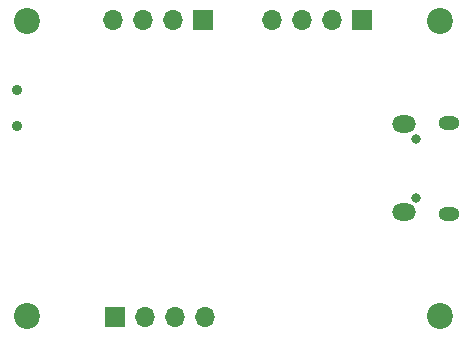
<source format=gbr>
%TF.GenerationSoftware,KiCad,Pcbnew,7.0.7*%
%TF.CreationDate,2025-08-05T19:35:54-07:00*%
%TF.ProjectId,stm32,73746d33-322e-46b6-9963-61645f706362,rev?*%
%TF.SameCoordinates,Original*%
%TF.FileFunction,Soldermask,Bot*%
%TF.FilePolarity,Negative*%
%FSLAX46Y46*%
G04 Gerber Fmt 4.6, Leading zero omitted, Abs format (unit mm)*
G04 Created by KiCad (PCBNEW 7.0.7) date 2025-08-05 19:35:54*
%MOMM*%
%LPD*%
G01*
G04 APERTURE LIST*
%ADD10C,0.900000*%
%ADD11R,1.700000X1.700000*%
%ADD12O,1.700000X1.700000*%
%ADD13C,2.200000*%
%ADD14O,0.800000X0.800000*%
%ADD15O,1.800000X1.150000*%
%ADD16O,2.000000X1.450000*%
G04 APERTURE END LIST*
D10*
%TO.C,SW1*%
X123589000Y-64712828D03*
X123589000Y-67712828D03*
%TD*%
D11*
%TO.C,J2*%
X139392013Y-58783153D03*
D12*
X136852013Y-58783153D03*
X134312013Y-58783153D03*
X131772013Y-58783153D03*
%TD*%
D11*
%TO.C,J4*%
X131947324Y-83913371D03*
D12*
X134487324Y-83913371D03*
X137027324Y-83913371D03*
X139567324Y-83913371D03*
%TD*%
D13*
%TO.C,H2*%
X159460000Y-58820000D03*
%TD*%
D14*
%TO.C,J1*%
X157449000Y-73820000D03*
X157449000Y-68820000D03*
D15*
X160199000Y-75195000D03*
D16*
X156399000Y-75045000D03*
X156399000Y-67595000D03*
D15*
X160199000Y-67445000D03*
%TD*%
D13*
%TO.C,H4*%
X159460000Y-83820000D03*
%TD*%
%TO.C,H1*%
X124460000Y-58820000D03*
%TD*%
D11*
%TO.C,J3*%
X152810290Y-58753394D03*
D12*
X150270290Y-58753394D03*
X147730290Y-58753394D03*
X145190290Y-58753394D03*
%TD*%
D13*
%TO.C,H3*%
X124460000Y-83820000D03*
%TD*%
M02*

</source>
